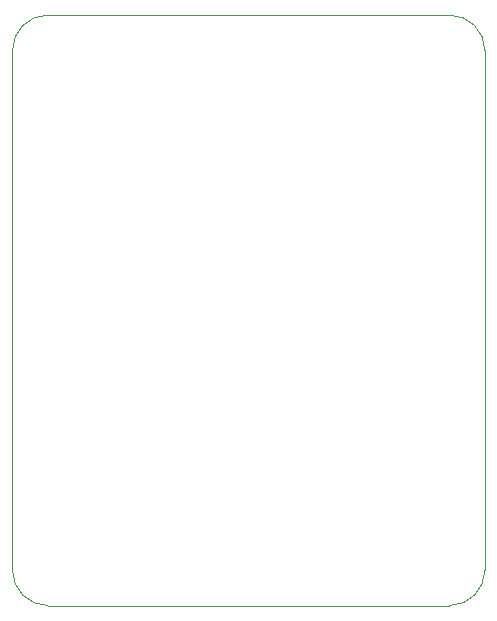
<source format=gbr>
G04 #@! TF.GenerationSoftware,KiCad,Pcbnew,(5.99.0-7554-g937713dbbc)*
G04 #@! TF.CreationDate,2020-12-16T08:12:25+03:00*
G04 #@! TF.ProjectId,BioniX,42696f6e-6958-42e6-9b69-6361645f7063,rev?*
G04 #@! TF.SameCoordinates,PX6422c40PY5a995c0*
G04 #@! TF.FileFunction,Profile,NP*
%FSLAX46Y46*%
G04 Gerber Fmt 4.6, Leading zero omitted, Abs format (unit mm)*
G04 Created by KiCad (PCBNEW (5.99.0-7554-g937713dbbc)) date 2020-12-16 08:12:25*
%MOMM*%
%LPD*%
G01*
G04 APERTURE LIST*
G04 #@! TA.AperFunction,Profile*
%ADD10C,0.100000*%
G04 #@! TD*
G04 APERTURE END LIST*
D10*
X0Y3000000D02*
G75*
G03*
X3000000Y0I3000000J0D01*
G01*
X3000000Y50000000D02*
G75*
G03*
X0Y47000000I0J-3000000D01*
G01*
X3000000Y50000000D02*
X37000000Y50000000D01*
X40000000Y47000000D02*
G75*
G03*
X37000000Y50000000I-3000000J0D01*
G01*
X37000000Y0D02*
G75*
G03*
X40000000Y3000000I0J3000000D01*
G01*
X40000000Y47000000D02*
X40000000Y3000000D01*
X37000000Y0D02*
X3000000Y0D01*
X0Y3000000D02*
X0Y47000000D01*
M02*

</source>
